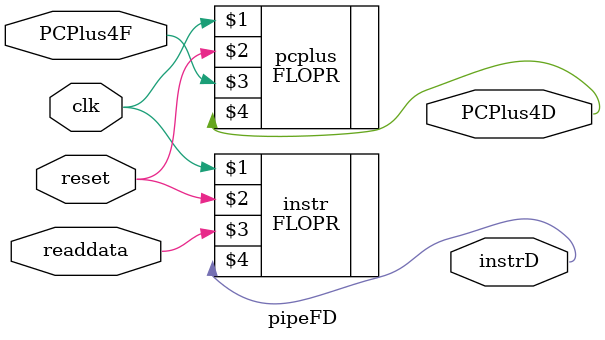
<source format=v>
`timescale 1ns / 1ps

module pipeFD
(
    input clk, reset,
    input PCPlus4F,
    input readdata,
    output PCPlus4D,
    output instrD
);

    FLOPR#(32) pcplus(clk, reset, PCPlus4F, PCPlus4D);
    FLOPR#(32) instr(clk, reset, readdata, instrD);

endmodule

</source>
